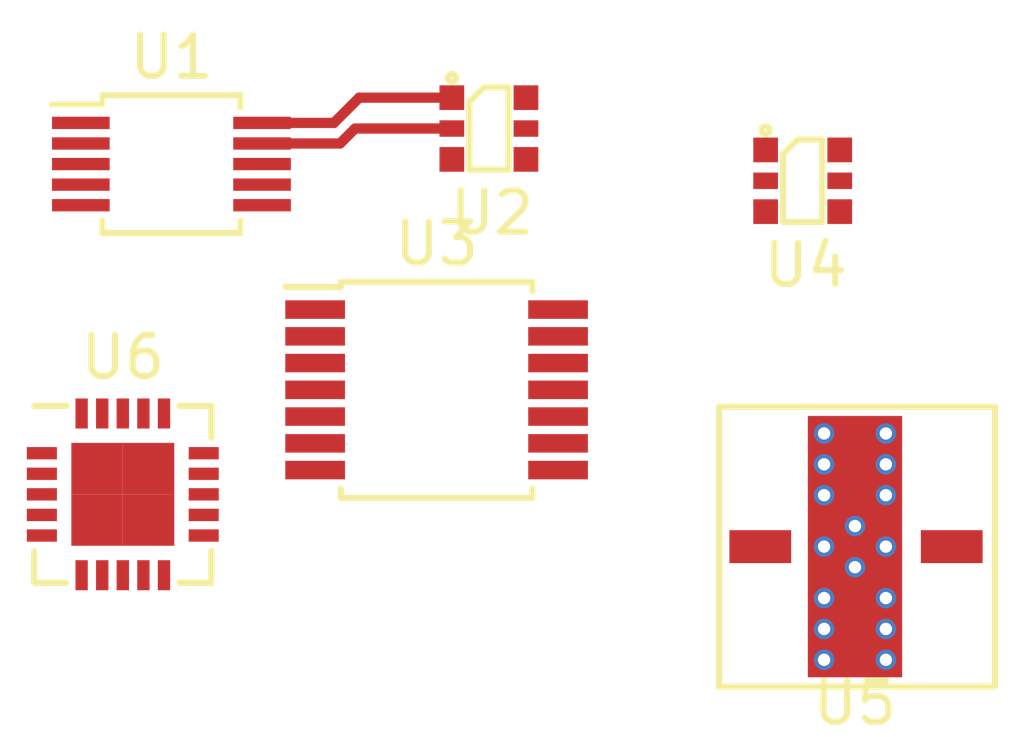
<source format=kicad_pcb>
(kicad_pcb (version 4) (host pcbnew 4.0.7-e2-6376~58~ubuntu16.04.1)

  (general
    (links 5)
    (no_connects 3)
    (area 0 0 0 0)
    (thickness 1.6)
    (drawings 0)
    (tracks 6)
    (zones 0)
    (modules 6)
    (nets 60)
  )

  (page A4)
  (layers
    (0 F.Cu signal)
    (31 B.Cu signal)
    (32 B.Adhes user)
    (33 F.Adhes user)
    (34 B.Paste user)
    (35 F.Paste user)
    (36 B.SilkS user)
    (37 F.SilkS user)
    (38 B.Mask user)
    (39 F.Mask user)
    (40 Dwgs.User user)
    (41 Cmts.User user)
    (42 Eco1.User user)
    (43 Eco2.User user)
    (44 Edge.Cuts user)
    (45 Margin user)
    (46 B.CrtYd user)
    (47 F.CrtYd user)
    (48 B.Fab user)
    (49 F.Fab user)
  )

  (setup
    (last_trace_width 0.25)
    (trace_clearance 0.2)
    (zone_clearance 0.508)
    (zone_45_only no)
    (trace_min 0.2)
    (segment_width 0.2)
    (edge_width 0.15)
    (via_size 0.6)
    (via_drill 0.4)
    (via_min_size 0.4)
    (via_min_drill 0.3)
    (uvia_size 0.3)
    (uvia_drill 0.1)
    (uvias_allowed no)
    (uvia_min_size 0.2)
    (uvia_min_drill 0.1)
    (pcb_text_width 0.3)
    (pcb_text_size 1.5 1.5)
    (mod_edge_width 0.15)
    (mod_text_size 1 1)
    (mod_text_width 0.15)
    (pad_size 1.524 1.524)
    (pad_drill 0.762)
    (pad_to_mask_clearance 0.2)
    (aux_axis_origin 0 0)
    (visible_elements 7FFFFFFF)
    (pcbplotparams
      (layerselection 0x00030_80000001)
      (usegerberextensions false)
      (excludeedgelayer true)
      (linewidth 0.100000)
      (plotframeref false)
      (viasonmask false)
      (mode 1)
      (useauxorigin false)
      (hpglpennumber 1)
      (hpglpenspeed 20)
      (hpglpendiameter 15)
      (hpglpenoverlay 2)
      (psnegative false)
      (psa4output false)
      (plotreference true)
      (plotvalue true)
      (plotinvisibletext false)
      (padsonsilk false)
      (subtractmaskfromsilk false)
      (outputformat 1)
      (mirror false)
      (drillshape 1)
      (scaleselection 1)
      (outputdirectory ""))
  )

  (net 0 "")
  (net 1 "Net-(U1-Pad1)")
  (net 2 "Net-(U1-Pad2)")
  (net 3 "Net-(U1-Pad3)")
  (net 4 "Net-(U1-Pad4)")
  (net 5 "Net-(U1-Pad5)")
  (net 6 "Net-(U1-Pad6)")
  (net 7 "Net-(U1-Pad7)")
  (net 8 "Net-(U1-Pad8)")
  (net 9 "Net-(U1-Pad9)")
  (net 10 "Net-(U1-Pad10)")
  (net 11 "Net-(U2-Pad3)")
  (net 12 "Net-(U2-Pad4)")
  (net 13 "Net-(U2-Pad5)")
  (net 14 "Net-(U2-Pad6)")
  (net 15 "Net-(U3-Pad1)")
  (net 16 "Net-(U3-Pad2)")
  (net 17 "Net-(U3-Pad3)")
  (net 18 "Net-(U3-Pad4)")
  (net 19 "Net-(U3-Pad5)")
  (net 20 "Net-(U3-Pad6)")
  (net 21 "Net-(U3-Pad7)")
  (net 22 "Net-(U3-Pad8)")
  (net 23 "Net-(U3-Pad9)")
  (net 24 "Net-(U3-Pad10)")
  (net 25 "Net-(U3-Pad11)")
  (net 26 "Net-(U3-Pad12)")
  (net 27 "Net-(U3-Pad13)")
  (net 28 "Net-(U3-Pad14)")
  (net 29 "Net-(U4-Pad1)")
  (net 30 "Net-(U4-Pad2)")
  (net 31 "Net-(U4-Pad3)")
  (net 32 "Net-(U4-Pad4)")
  (net 33 "Net-(U4-Pad5)")
  (net 34 "Net-(U4-Pad6)")
  (net 35 "Net-(U5-Pad2)")
  (net 36 "Net-(U5-Pad4)")
  (net 37 "Net-(U5-Pad3)")
  (net 38 "Net-(U5-Pad1)")
  (net 39 "Net-(U6-Pad1)")
  (net 40 "Net-(U6-Pad2)")
  (net 41 "Net-(U6-Pad3)")
  (net 42 "Net-(U6-Pad4)")
  (net 43 "Net-(U6-Pad5)")
  (net 44 "Net-(U6-Pad6)")
  (net 45 "Net-(U6-Pad7)")
  (net 46 "Net-(U6-Pad8)")
  (net 47 "Net-(U6-Pad9)")
  (net 48 "Net-(U6-Pad10)")
  (net 49 "Net-(U6-Pad11)")
  (net 50 "Net-(U6-Pad12)")
  (net 51 "Net-(U6-Pad13)")
  (net 52 "Net-(U6-Pad14)")
  (net 53 "Net-(U6-Pad15)")
  (net 54 "Net-(U6-Pad16)")
  (net 55 "Net-(U6-Pad17)")
  (net 56 "Net-(U6-Pad18)")
  (net 57 "Net-(U6-Pad19)")
  (net 58 "Net-(U6-Pad20)")
  (net 59 "Net-(U6-Pad21)")

  (net_class Default "This is the default net class."
    (clearance 0.2)
    (trace_width 0.25)
    (via_dia 0.6)
    (via_drill 0.4)
    (uvia_dia 0.3)
    (uvia_drill 0.1)
    (add_net "Net-(U1-Pad1)")
    (add_net "Net-(U1-Pad10)")
    (add_net "Net-(U1-Pad2)")
    (add_net "Net-(U1-Pad3)")
    (add_net "Net-(U1-Pad4)")
    (add_net "Net-(U1-Pad5)")
    (add_net "Net-(U1-Pad6)")
    (add_net "Net-(U1-Pad7)")
    (add_net "Net-(U1-Pad8)")
    (add_net "Net-(U1-Pad9)")
    (add_net "Net-(U2-Pad3)")
    (add_net "Net-(U2-Pad4)")
    (add_net "Net-(U2-Pad5)")
    (add_net "Net-(U2-Pad6)")
    (add_net "Net-(U3-Pad1)")
    (add_net "Net-(U3-Pad10)")
    (add_net "Net-(U3-Pad11)")
    (add_net "Net-(U3-Pad12)")
    (add_net "Net-(U3-Pad13)")
    (add_net "Net-(U3-Pad14)")
    (add_net "Net-(U3-Pad2)")
    (add_net "Net-(U3-Pad3)")
    (add_net "Net-(U3-Pad4)")
    (add_net "Net-(U3-Pad5)")
    (add_net "Net-(U3-Pad6)")
    (add_net "Net-(U3-Pad7)")
    (add_net "Net-(U3-Pad8)")
    (add_net "Net-(U3-Pad9)")
    (add_net "Net-(U4-Pad1)")
    (add_net "Net-(U4-Pad2)")
    (add_net "Net-(U4-Pad3)")
    (add_net "Net-(U4-Pad4)")
    (add_net "Net-(U4-Pad5)")
    (add_net "Net-(U4-Pad6)")
    (add_net "Net-(U5-Pad1)")
    (add_net "Net-(U5-Pad2)")
    (add_net "Net-(U5-Pad3)")
    (add_net "Net-(U5-Pad4)")
    (add_net "Net-(U6-Pad1)")
    (add_net "Net-(U6-Pad10)")
    (add_net "Net-(U6-Pad11)")
    (add_net "Net-(U6-Pad12)")
    (add_net "Net-(U6-Pad13)")
    (add_net "Net-(U6-Pad14)")
    (add_net "Net-(U6-Pad15)")
    (add_net "Net-(U6-Pad16)")
    (add_net "Net-(U6-Pad17)")
    (add_net "Net-(U6-Pad18)")
    (add_net "Net-(U6-Pad19)")
    (add_net "Net-(U6-Pad2)")
    (add_net "Net-(U6-Pad20)")
    (add_net "Net-(U6-Pad21)")
    (add_net "Net-(U6-Pad3)")
    (add_net "Net-(U6-Pad4)")
    (add_net "Net-(U6-Pad5)")
    (add_net "Net-(U6-Pad6)")
    (add_net "Net-(U6-Pad7)")
    (add_net "Net-(U6-Pad8)")
    (add_net "Net-(U6-Pad9)")
  )

  (module "petr_kicad:SOT363(TSSOP6)" (layer F.Cu) (tedit 5A0AC1F8) (tstamp 5A0AC2C1)
    (at 156.21 104.14)
    (path /5A0AC349)
    (fp_text reference U2 (at 0.075 2.05) (layer F.SilkS)
      (effects (font (size 1 1) (thickness 0.15)))
    )
    (fp_text value BGA2771 (at 0 -2.275) (layer F.Fab)
      (effects (font (size 1 1) (thickness 0.15)))
    )
    (fp_text user %R (at 0 0.15 90) (layer F.Fab)
      (effects (font (size 0.5 0.5) (thickness 0.08)))
    )
    (fp_line (start -0.475 -0.65) (end -0.125 -1) (layer F.SilkS) (width 0.15))
    (fp_line (start 0.625 1) (end -0.625 1) (layer F.Fab) (width 0.15))
    (fp_line (start 0.475 -1) (end -0.125 -1) (layer F.SilkS) (width 0.15))
    (fp_line (start -0.475 -0.65) (end -0.475 1) (layer F.SilkS) (width 0.15))
    (fp_line (start -0.475 1) (end 0.475 1) (layer F.SilkS) (width 0.15))
    (fp_line (start 0.475 1) (end 0.475 -1) (layer F.SilkS) (width 0.15))
    (fp_line (start -1.4 1.25) (end 1.35 1.25) (layer F.CrtYd) (width 0.15))
    (fp_line (start 1.35 1.25) (end 1.4 1.25) (layer F.CrtYd) (width 0.15))
    (fp_line (start 1.4 1.25) (end 1.4 -1.25) (layer F.CrtYd) (width 0.15))
    (fp_line (start 1.4 -1.25) (end -1.4 -1.25) (layer F.CrtYd) (width 0.15))
    (fp_line (start -1.4 -1.25) (end -1.4 1.25) (layer F.CrtYd) (width 0.15))
    (fp_circle (center -0.9 -1.225) (end -0.875 -1.225) (layer F.SilkS) (width 0.15))
    (fp_line (start -0.125 -1) (end -0.625 -0.5) (layer F.Fab) (width 0.15))
    (fp_line (start 0.625 1) (end 0.625 -1) (layer F.Fab) (width 0.15))
    (fp_line (start 0.625 -1) (end -0.125 -1) (layer F.Fab) (width 0.15))
    (fp_line (start -0.625 -0.5) (end -0.625 1) (layer F.Fab) (width 0.15))
    (pad 1 smd rect (at -0.9 -0.75) (size 0.6 0.6) (layers F.Cu F.Paste F.Mask)
      (net 10 "Net-(U1-Pad10)") (solder_mask_margin 0.1) (solder_paste_margin -0.1))
    (pad 2 smd rect (at -0.9 0) (size 0.6 0.4) (layers F.Cu F.Paste F.Mask)
      (net 9 "Net-(U1-Pad9)") (solder_mask_margin 0.1) (solder_paste_margin -0.1))
    (pad 3 smd rect (at -0.9 0.75) (size 0.6 0.6) (layers F.Cu F.Paste F.Mask)
      (net 11 "Net-(U2-Pad3)") (solder_mask_margin 0.1) (solder_paste_margin -0.1))
    (pad 4 smd rect (at 0.9 0.75) (size 0.6 0.6) (layers F.Cu F.Paste F.Mask)
      (net 12 "Net-(U2-Pad4)") (solder_mask_margin 0.1) (solder_paste_margin -0.1))
    (pad 5 smd rect (at 0.9 0) (size 0.6 0.4) (layers F.Cu F.Paste F.Mask)
      (net 13 "Net-(U2-Pad5)") (solder_mask_margin 0.1) (solder_paste_margin -0.1))
    (pad 6 smd rect (at 0.9 -0.75) (size 0.6 0.6) (layers F.Cu F.Paste F.Mask)
      (net 14 "Net-(U2-Pad6)") (solder_mask_margin 0.1) (solder_paste_margin -0.1))
  )

  (module "petr_kicad:SOT363(TSSOP6)" (layer F.Cu) (tedit 5A0AC1F8) (tstamp 5A0ACB2F)
    (at 163.83 105.41)
    (path /5A0AC5CF)
    (fp_text reference U4 (at 0.075 2.05) (layer F.SilkS)
      (effects (font (size 1 1) (thickness 0.15)))
    )
    (fp_text value MGA-82563 (at 0 -2.275) (layer F.Fab)
      (effects (font (size 1 1) (thickness 0.15)))
    )
    (fp_text user %R (at 0 0.15 90) (layer F.Fab)
      (effects (font (size 0.5 0.5) (thickness 0.08)))
    )
    (fp_line (start -0.475 -0.65) (end -0.125 -1) (layer F.SilkS) (width 0.15))
    (fp_line (start 0.625 1) (end -0.625 1) (layer F.Fab) (width 0.15))
    (fp_line (start 0.475 -1) (end -0.125 -1) (layer F.SilkS) (width 0.15))
    (fp_line (start -0.475 -0.65) (end -0.475 1) (layer F.SilkS) (width 0.15))
    (fp_line (start -0.475 1) (end 0.475 1) (layer F.SilkS) (width 0.15))
    (fp_line (start 0.475 1) (end 0.475 -1) (layer F.SilkS) (width 0.15))
    (fp_line (start -1.4 1.25) (end 1.35 1.25) (layer F.CrtYd) (width 0.15))
    (fp_line (start 1.35 1.25) (end 1.4 1.25) (layer F.CrtYd) (width 0.15))
    (fp_line (start 1.4 1.25) (end 1.4 -1.25) (layer F.CrtYd) (width 0.15))
    (fp_line (start 1.4 -1.25) (end -1.4 -1.25) (layer F.CrtYd) (width 0.15))
    (fp_line (start -1.4 -1.25) (end -1.4 1.25) (layer F.CrtYd) (width 0.15))
    (fp_circle (center -0.9 -1.225) (end -0.875 -1.225) (layer F.SilkS) (width 0.15))
    (fp_line (start -0.125 -1) (end -0.625 -0.5) (layer F.Fab) (width 0.15))
    (fp_line (start 0.625 1) (end 0.625 -1) (layer F.Fab) (width 0.15))
    (fp_line (start 0.625 -1) (end -0.125 -1) (layer F.Fab) (width 0.15))
    (fp_line (start -0.625 -0.5) (end -0.625 1) (layer F.Fab) (width 0.15))
    (pad 1 smd rect (at -0.9 -0.75) (size 0.6 0.6) (layers F.Cu F.Paste F.Mask)
      (net 29 "Net-(U4-Pad1)") (solder_mask_margin 0.1) (solder_paste_margin -0.1))
    (pad 2 smd rect (at -0.9 0) (size 0.6 0.4) (layers F.Cu F.Paste F.Mask)
      (net 30 "Net-(U4-Pad2)") (solder_mask_margin 0.1) (solder_paste_margin -0.1))
    (pad 3 smd rect (at -0.9 0.75) (size 0.6 0.6) (layers F.Cu F.Paste F.Mask)
      (net 31 "Net-(U4-Pad3)") (solder_mask_margin 0.1) (solder_paste_margin -0.1))
    (pad 4 smd rect (at 0.9 0.75) (size 0.6 0.6) (layers F.Cu F.Paste F.Mask)
      (net 32 "Net-(U4-Pad4)") (solder_mask_margin 0.1) (solder_paste_margin -0.1))
    (pad 5 smd rect (at 0.9 0) (size 0.6 0.4) (layers F.Cu F.Paste F.Mask)
      (net 33 "Net-(U4-Pad5)") (solder_mask_margin 0.1) (solder_paste_margin -0.1))
    (pad 6 smd rect (at 0.9 -0.75) (size 0.6 0.6) (layers F.Cu F.Paste F.Mask)
      (net 34 "Net-(U4-Pad6)") (solder_mask_margin 0.1) (solder_paste_margin -0.1))
  )

  (module petr_kicad:86_PLASTIC_PACKAGE (layer F.Cu) (tedit 5A0B2046) (tstamp 5A0B238E)
    (at 165.1 114.3)
    (path /5A0B1F64)
    (fp_text reference U5 (at 0 3.8) (layer F.SilkS)
      (effects (font (size 1 1) (thickness 0.15)))
    )
    (fp_text value MSA-0486 (at 0 -3.75) (layer F.Fab)
      (effects (font (size 1 1) (thickness 0.15)))
    )
    (fp_line (start 3.4 3.4) (end 3.4 -3.4) (layer F.SilkS) (width 0.15))
    (fp_line (start 3.4 -3.4) (end -3.3 -3.4) (layer F.SilkS) (width 0.15))
    (fp_line (start -3.3 -3.4) (end -3.3 3.4) (layer F.SilkS) (width 0.15))
    (fp_line (start -3.3 3.4) (end 3.4 3.4) (layer F.SilkS) (width 0.15))
    (fp_text user %R (at 0 0) (layer F.Fab)
      (effects (font (size 0.5 0.5) (thickness 0.08)))
    )
    (fp_circle (center 0 0) (end 1.08 0) (layer F.Fab) (width 0.15))
    (pad "" np_thru_hole circle (at 0.75 2.75) (size 0.5 0.5) (drill 0.3) (layers *.Cu *.Mask))
    (pad "" np_thru_hole circle (at -0.75 2.75) (size 0.5 0.5) (drill 0.3) (layers *.Cu *.Mask))
    (pad "" np_thru_hole circle (at 0.75 -2.75) (size 0.5 0.5) (drill 0.3) (layers *.Cu *.Mask))
    (pad "" np_thru_hole circle (at -0.75 -2.75) (size 0.5 0.5) (drill 0.3) (layers *.Cu *.Mask))
    (pad "" np_thru_hole circle (at -0.75 0) (size 0.5 0.5) (drill 0.3) (layers *.Cu *.Mask))
    (pad "" np_thru_hole circle (at 0.75 0) (size 0.5 0.5) (drill 0.3) (layers *.Cu *.Mask))
    (pad "" np_thru_hole circle (at 0 -0.5) (size 0.5 0.5) (drill 0.3) (layers *.Cu *.Mask))
    (pad "" np_thru_hole circle (at 0 0.5) (size 0.5 0.5) (drill 0.3) (layers *.Cu *.Mask))
    (pad "" np_thru_hole circle (at -0.75 1.25) (size 0.5 0.5) (drill 0.3) (layers *.Cu *.Mask))
    (pad "" np_thru_hole circle (at -0.75 2) (size 0.5 0.5) (drill 0.3) (layers *.Cu *.Mask))
    (pad "" np_thru_hole circle (at 0.75 2) (size 0.5 0.5) (drill 0.3) (layers *.Cu *.Mask))
    (pad "" np_thru_hole circle (at 0.75 1.25) (size 0.5 0.5) (drill 0.3) (layers *.Cu *.Mask))
    (pad "" np_thru_hole circle (at 0.75 -1.25) (size 0.5 0.5) (drill 0.3) (layers *.Cu *.Mask))
    (pad "" np_thru_hole circle (at 0.75 -2) (size 0.5 0.5) (drill 0.3) (layers *.Cu *.Mask))
    (pad "" np_thru_hole circle (at -0.75 -1.25) (size 0.5 0.5) (drill 0.3) (layers *.Cu *.Mask))
    (pad 2 smd rect (at 0 2.35 90) (size 1.5 0.8) (layers F.Cu F.Paste F.Mask)
      (net 35 "Net-(U5-Pad2)"))
    (pad 4 smd rect (at 0 -2.35 90) (size 1.5 0.8) (layers F.Cu F.Paste F.Mask)
      (net 36 "Net-(U5-Pad4)"))
    (pad 3 smd rect (at 2.35 0) (size 1.5 0.8) (layers F.Cu F.Paste F.Mask)
      (net 37 "Net-(U5-Pad3)"))
    (pad 1 smd rect (at -2.3 0) (size 1.5 0.8) (layers F.Cu F.Paste F.Mask)
      (net 38 "Net-(U5-Pad1)"))
    (pad "" np_thru_hole circle (at -0.75 -2) (size 0.5 0.5) (drill 0.3) (layers *.Cu *.Mask))
    (pad "" smd rect (at 0 0) (size 2.29 6.35) (layers F.Cu))
  )

  (module Housings_SSOP:TSSOP-14_4.4x5mm_Pitch0.65mm (layer F.Cu) (tedit 54130A77) (tstamp 5A0AC913)
    (at 154.94 110.49)
    (descr "14-Lead Plastic Thin Shrink Small Outline (ST)-4.4 mm Body [TSSOP] (see Microchip Packaging Specification 00000049BS.pdf)")
    (tags "SSOP 0.65")
    (path /5A0AC2FC)
    (attr smd)
    (fp_text reference U3 (at 0 -3.55) (layer F.SilkS)
      (effects (font (size 1 1) (thickness 0.15)))
    )
    (fp_text value AD8302 (at 0 3.55) (layer F.Fab)
      (effects (font (size 1 1) (thickness 0.15)))
    )
    (fp_line (start -1.2 -2.5) (end 2.2 -2.5) (layer F.Fab) (width 0.15))
    (fp_line (start 2.2 -2.5) (end 2.2 2.5) (layer F.Fab) (width 0.15))
    (fp_line (start 2.2 2.5) (end -2.2 2.5) (layer F.Fab) (width 0.15))
    (fp_line (start -2.2 2.5) (end -2.2 -1.5) (layer F.Fab) (width 0.15))
    (fp_line (start -2.2 -1.5) (end -1.2 -2.5) (layer F.Fab) (width 0.15))
    (fp_line (start -3.95 -2.8) (end -3.95 2.8) (layer F.CrtYd) (width 0.05))
    (fp_line (start 3.95 -2.8) (end 3.95 2.8) (layer F.CrtYd) (width 0.05))
    (fp_line (start -3.95 -2.8) (end 3.95 -2.8) (layer F.CrtYd) (width 0.05))
    (fp_line (start -3.95 2.8) (end 3.95 2.8) (layer F.CrtYd) (width 0.05))
    (fp_line (start -2.325 -2.625) (end -2.325 -2.5) (layer F.SilkS) (width 0.15))
    (fp_line (start 2.325 -2.625) (end 2.325 -2.4) (layer F.SilkS) (width 0.15))
    (fp_line (start 2.325 2.625) (end 2.325 2.4) (layer F.SilkS) (width 0.15))
    (fp_line (start -2.325 2.625) (end -2.325 2.4) (layer F.SilkS) (width 0.15))
    (fp_line (start -2.325 -2.625) (end 2.325 -2.625) (layer F.SilkS) (width 0.15))
    (fp_line (start -2.325 2.625) (end 2.325 2.625) (layer F.SilkS) (width 0.15))
    (fp_line (start -2.325 -2.5) (end -3.675 -2.5) (layer F.SilkS) (width 0.15))
    (fp_text user %R (at 0 0) (layer F.Fab)
      (effects (font (size 0.8 0.8) (thickness 0.15)))
    )
    (pad 1 smd rect (at -2.95 -1.95) (size 1.45 0.45) (layers F.Cu F.Paste F.Mask)
      (net 15 "Net-(U3-Pad1)"))
    (pad 2 smd rect (at -2.95 -1.3) (size 1.45 0.45) (layers F.Cu F.Paste F.Mask)
      (net 16 "Net-(U3-Pad2)"))
    (pad 3 smd rect (at -2.95 -0.65) (size 1.45 0.45) (layers F.Cu F.Paste F.Mask)
      (net 17 "Net-(U3-Pad3)"))
    (pad 4 smd rect (at -2.95 0) (size 1.45 0.45) (layers F.Cu F.Paste F.Mask)
      (net 18 "Net-(U3-Pad4)"))
    (pad 5 smd rect (at -2.95 0.65) (size 1.45 0.45) (layers F.Cu F.Paste F.Mask)
      (net 19 "Net-(U3-Pad5)"))
    (pad 6 smd rect (at -2.95 1.3) (size 1.45 0.45) (layers F.Cu F.Paste F.Mask)
      (net 20 "Net-(U3-Pad6)"))
    (pad 7 smd rect (at -2.95 1.95) (size 1.45 0.45) (layers F.Cu F.Paste F.Mask)
      (net 21 "Net-(U3-Pad7)"))
    (pad 8 smd rect (at 2.95 1.95) (size 1.45 0.45) (layers F.Cu F.Paste F.Mask)
      (net 22 "Net-(U3-Pad8)"))
    (pad 9 smd rect (at 2.95 1.3) (size 1.45 0.45) (layers F.Cu F.Paste F.Mask)
      (net 23 "Net-(U3-Pad9)"))
    (pad 10 smd rect (at 2.95 0.65) (size 1.45 0.45) (layers F.Cu F.Paste F.Mask)
      (net 24 "Net-(U3-Pad10)"))
    (pad 11 smd rect (at 2.95 0) (size 1.45 0.45) (layers F.Cu F.Paste F.Mask)
      (net 25 "Net-(U3-Pad11)"))
    (pad 12 smd rect (at 2.95 -0.65) (size 1.45 0.45) (layers F.Cu F.Paste F.Mask)
      (net 26 "Net-(U3-Pad12)"))
    (pad 13 smd rect (at 2.95 -1.3) (size 1.45 0.45) (layers F.Cu F.Paste F.Mask)
      (net 27 "Net-(U3-Pad13)"))
    (pad 14 smd rect (at 2.95 -1.95) (size 1.45 0.45) (layers F.Cu F.Paste F.Mask)
      (net 28 "Net-(U3-Pad14)"))
    (model ${KISYS3DMOD}/Housings_SSOP.3dshapes/TSSOP-14_4.4x5mm_Pitch0.65mm.wrl
      (at (xyz 0 0 0))
      (scale (xyz 1 1 1))
      (rotate (xyz 0 0 0))
    )
  )

  (module petr_kicad:MSOP-10_3x3mm_Pitch0.5mm (layer F.Cu) (tedit 54130A77) (tstamp 5A0A1F31)
    (at 148.5011 105.0036)
    (descr "10-Lead Plastic Micro Small Outline Package (MS) [MSOP] (see Microchip Packaging Specification 00000049BS.pdf)")
    (tags "SSOP 0.5")
    (path /5A0AAE85)
    (attr smd)
    (fp_text reference U1 (at 0 -2.6) (layer F.SilkS)
      (effects (font (size 1 1) (thickness 0.15)))
    )
    (fp_text value Si5351A (at 0 2.6) (layer F.Fab)
      (effects (font (size 1 1) (thickness 0.15)))
    )
    (fp_line (start -0.5 -1.5) (end 1.5 -1.5) (layer F.Fab) (width 0.15))
    (fp_line (start 1.5 -1.5) (end 1.5 1.5) (layer F.Fab) (width 0.15))
    (fp_line (start 1.5 1.5) (end -1.5 1.5) (layer F.Fab) (width 0.15))
    (fp_line (start -1.5 1.5) (end -1.5 -0.5) (layer F.Fab) (width 0.15))
    (fp_line (start -1.5 -0.5) (end -0.5 -1.5) (layer F.Fab) (width 0.15))
    (fp_line (start -3.15 -1.85) (end -3.15 1.85) (layer F.CrtYd) (width 0.05))
    (fp_line (start 3.15 -1.85) (end 3.15 1.85) (layer F.CrtYd) (width 0.05))
    (fp_line (start -3.15 -1.85) (end 3.15 -1.85) (layer F.CrtYd) (width 0.05))
    (fp_line (start -3.15 1.85) (end 3.15 1.85) (layer F.CrtYd) (width 0.05))
    (fp_line (start -1.675 -1.675) (end -1.675 -1.45) (layer F.SilkS) (width 0.15))
    (fp_line (start 1.675 -1.675) (end 1.675 -1.375) (layer F.SilkS) (width 0.15))
    (fp_line (start 1.675 1.675) (end 1.675 1.375) (layer F.SilkS) (width 0.15))
    (fp_line (start -1.675 1.675) (end -1.675 1.375) (layer F.SilkS) (width 0.15))
    (fp_line (start -1.675 -1.675) (end 1.675 -1.675) (layer F.SilkS) (width 0.15))
    (fp_line (start -1.675 1.675) (end 1.675 1.675) (layer F.SilkS) (width 0.15))
    (fp_line (start -1.675 -1.45) (end -2.9 -1.45) (layer F.SilkS) (width 0.15))
    (fp_text user %R (at 0 0) (layer F.Fab)
      (effects (font (size 0.6 0.6) (thickness 0.15)))
    )
    (pad 1 smd rect (at -2.2 -1) (size 1.4 0.3) (layers F.Cu F.Paste F.Mask)
      (net 1 "Net-(U1-Pad1)"))
    (pad 2 smd rect (at -2.2 -0.5) (size 1.4 0.3) (layers F.Cu F.Paste F.Mask)
      (net 2 "Net-(U1-Pad2)"))
    (pad 3 smd rect (at -2.2 0) (size 1.4 0.3) (layers F.Cu F.Paste F.Mask)
      (net 3 "Net-(U1-Pad3)"))
    (pad 4 smd rect (at -2.2 0.5) (size 1.4 0.3) (layers F.Cu F.Paste F.Mask)
      (net 4 "Net-(U1-Pad4)"))
    (pad 5 smd rect (at -2.2 1) (size 1.4 0.3) (layers F.Cu F.Paste F.Mask)
      (net 5 "Net-(U1-Pad5)"))
    (pad 6 smd rect (at 2.2 1) (size 1.4 0.3) (layers F.Cu F.Paste F.Mask)
      (net 6 "Net-(U1-Pad6)"))
    (pad 7 smd rect (at 2.2 0.5) (size 1.4 0.3) (layers F.Cu F.Paste F.Mask)
      (net 7 "Net-(U1-Pad7)"))
    (pad 8 smd rect (at 2.2 0) (size 1.4 0.3) (layers F.Cu F.Paste F.Mask)
      (net 8 "Net-(U1-Pad8)"))
    (pad 9 smd rect (at 2.2 -0.5) (size 1.4 0.3) (layers F.Cu F.Paste F.Mask)
      (net 9 "Net-(U1-Pad9)"))
    (pad 10 smd rect (at 2.2 -1) (size 1.4 0.3) (layers F.Cu F.Paste F.Mask)
      (net 10 "Net-(U1-Pad10)"))
    (model ${KISYS3DMOD}/Housings_SSOP.3dshapes/MSOP-10_3x3mm_Pitch0.5mm.wrl
      (at (xyz 0 0 0))
      (scale (xyz 1 1 1))
      (rotate (xyz 0 0 0))
    )
  )

  (module petr_kicad:QFN-20-1EP_4x4mm_Pitch0.5mm (layer F.Cu) (tedit 5A0B3080) (tstamp 5A0B4401)
    (at 147.32 113.03)
    (descr "20-Lead Plastic Quad Flat, No Lead Package (ML) - 4x4x0.9 mm Body [QFN]; (see Microchip Packaging Specification 00000049BS.pdf)")
    (tags "QFN 0.5")
    (path /5A0B43BB)
    (attr smd)
    (fp_text reference U6 (at 0 -3.33) (layer F.SilkS)
      (effects (font (size 1 1) (thickness 0.15)))
    )
    (fp_text value PE4306 (at 0 3.33) (layer F.Fab)
      (effects (font (size 1 1) (thickness 0.15)))
    )
    (fp_text user %R (at 0 0) (layer F.Fab)
      (effects (font (size 1 1) (thickness 0.15)))
    )
    (fp_line (start -1 -2) (end 2 -2) (layer F.Fab) (width 0.15))
    (fp_line (start 2 -2) (end 2 2) (layer F.Fab) (width 0.15))
    (fp_line (start 2 2) (end -2 2) (layer F.Fab) (width 0.15))
    (fp_line (start -2 2) (end -2 -1) (layer F.Fab) (width 0.15))
    (fp_line (start -2 -1) (end -1 -2) (layer F.Fab) (width 0.15))
    (fp_line (start -2.6 -2.6) (end -2.6 2.6) (layer F.CrtYd) (width 0.05))
    (fp_line (start 2.6 -2.6) (end 2.6 2.6) (layer F.CrtYd) (width 0.05))
    (fp_line (start -2.6 -2.6) (end 2.6 -2.6) (layer F.CrtYd) (width 0.05))
    (fp_line (start -2.6 2.6) (end 2.6 2.6) (layer F.CrtYd) (width 0.05))
    (fp_line (start 2.15 -2.15) (end 2.15 -1.375) (layer F.SilkS) (width 0.15))
    (fp_line (start -2.15 2.15) (end -2.15 1.375) (layer F.SilkS) (width 0.15))
    (fp_line (start 2.15 2.15) (end 2.15 1.375) (layer F.SilkS) (width 0.15))
    (fp_line (start -2.15 -2.15) (end -1.375 -2.15) (layer F.SilkS) (width 0.15))
    (fp_line (start -2.15 2.15) (end -1.375 2.15) (layer F.SilkS) (width 0.15))
    (fp_line (start 2.15 2.15) (end 1.375 2.15) (layer F.SilkS) (width 0.15))
    (fp_line (start 2.15 -2.15) (end 1.375 -2.15) (layer F.SilkS) (width 0.15))
    (pad 1 smd rect (at -1.965 -1) (size 0.73 0.3) (layers F.Cu F.Paste F.Mask)
      (net 39 "Net-(U6-Pad1)"))
    (pad 2 smd rect (at -1.965 -0.5) (size 0.73 0.3) (layers F.Cu F.Paste F.Mask)
      (net 40 "Net-(U6-Pad2)"))
    (pad 3 smd rect (at -1.965 0) (size 0.73 0.3) (layers F.Cu F.Paste F.Mask)
      (net 41 "Net-(U6-Pad3)"))
    (pad 4 smd rect (at -1.965 0.5) (size 0.73 0.3) (layers F.Cu F.Paste F.Mask)
      (net 42 "Net-(U6-Pad4)"))
    (pad 5 smd rect (at -1.965 1) (size 0.73 0.3) (layers F.Cu F.Paste F.Mask)
      (net 43 "Net-(U6-Pad5)"))
    (pad 6 smd rect (at -1 1.965 90) (size 0.73 0.3) (layers F.Cu F.Paste F.Mask)
      (net 44 "Net-(U6-Pad6)"))
    (pad 7 smd rect (at -0.5 1.965 90) (size 0.73 0.3) (layers F.Cu F.Paste F.Mask)
      (net 45 "Net-(U6-Pad7)"))
    (pad 8 smd rect (at 0 1.965 90) (size 0.73 0.3) (layers F.Cu F.Paste F.Mask)
      (net 46 "Net-(U6-Pad8)"))
    (pad 9 smd rect (at 0.5 1.965 90) (size 0.73 0.3) (layers F.Cu F.Paste F.Mask)
      (net 47 "Net-(U6-Pad9)"))
    (pad 10 smd rect (at 1 1.965 90) (size 0.73 0.3) (layers F.Cu F.Paste F.Mask)
      (net 48 "Net-(U6-Pad10)"))
    (pad 11 smd rect (at 1.965 1) (size 0.73 0.3) (layers F.Cu F.Paste F.Mask)
      (net 49 "Net-(U6-Pad11)"))
    (pad 12 smd rect (at 1.965 0.5) (size 0.73 0.3) (layers F.Cu F.Paste F.Mask)
      (net 50 "Net-(U6-Pad12)"))
    (pad 13 smd rect (at 1.965 0) (size 0.73 0.3) (layers F.Cu F.Paste F.Mask)
      (net 51 "Net-(U6-Pad13)"))
    (pad 14 smd rect (at 1.965 -0.5) (size 0.73 0.3) (layers F.Cu F.Paste F.Mask)
      (net 52 "Net-(U6-Pad14)"))
    (pad 15 smd rect (at 1.965 -1) (size 0.73 0.3) (layers F.Cu F.Paste F.Mask)
      (net 53 "Net-(U6-Pad15)"))
    (pad 16 smd rect (at 1 -1.965 90) (size 0.73 0.3) (layers F.Cu F.Paste F.Mask)
      (net 54 "Net-(U6-Pad16)"))
    (pad 17 smd rect (at 0.5 -1.965 90) (size 0.73 0.3) (layers F.Cu F.Paste F.Mask)
      (net 55 "Net-(U6-Pad17)"))
    (pad 18 smd rect (at 0 -1.965 90) (size 0.73 0.3) (layers F.Cu F.Paste F.Mask)
      (net 56 "Net-(U6-Pad18)"))
    (pad 19 smd rect (at -0.5 -1.965 90) (size 0.73 0.3) (layers F.Cu F.Paste F.Mask)
      (net 57 "Net-(U6-Pad19)"))
    (pad 20 smd rect (at -1 -1.965 90) (size 0.73 0.3) (layers F.Cu F.Paste F.Mask)
      (net 58 "Net-(U6-Pad20)"))
    (pad 21 smd rect (at 0.625 0.625) (size 1.25 1.25) (layers F.Cu F.Paste F.Mask)
      (net 59 "Net-(U6-Pad21)") (solder_paste_margin_ratio -0.2))
    (pad 21 smd rect (at 0.625 -0.625) (size 1.25 1.25) (layers F.Cu F.Paste F.Mask)
      (net 59 "Net-(U6-Pad21)") (solder_paste_margin_ratio -0.2))
    (pad 21 smd rect (at -0.625 0.625) (size 1.25 1.25) (layers F.Cu F.Paste F.Mask)
      (net 59 "Net-(U6-Pad21)") (solder_paste_margin_ratio -0.2))
    (pad 21 smd rect (at -0.625 -0.625) (size 1.25 1.25) (layers F.Cu F.Paste F.Mask)
      (net 59 "Net-(U6-Pad21)") (solder_paste_margin_ratio -0.2))
    (model ${KISYS3DMOD}/Housings_DFN_QFN.3dshapes/QFN-20-1EP_4x4mm_Pitch0.5mm.wrl
      (at (xyz 0 0 0))
      (scale (xyz 1 1 1))
      (rotate (xyz 0 0 0))
    )
  )

  (segment (start 150.7011 104.5036) (end 152.5964 104.5036) (width 0.25) (layer F.Cu) (net 9) (status 400000))
  (segment (start 152.96 104.14) (end 155.31 104.14) (width 0.25) (layer F.Cu) (net 9) (tstamp 5A0B5D32) (status 800000))
  (segment (start 152.5964 104.5036) (end 152.96 104.14) (width 0.25) (layer F.Cu) (net 9) (tstamp 5A0B5D30))
  (segment (start 155.31 103.39) (end 153.06 103.39) (width 0.25) (layer F.Cu) (net 10))
  (segment (start 152.4464 104.0036) (end 150.7011 104.0036) (width 0.25) (layer F.Cu) (net 10) (tstamp 5A0B5CF6))
  (segment (start 153.06 103.39) (end 152.4464 104.0036) (width 0.25) (layer F.Cu) (net 10) (tstamp 5A0B5CF4))

)

</source>
